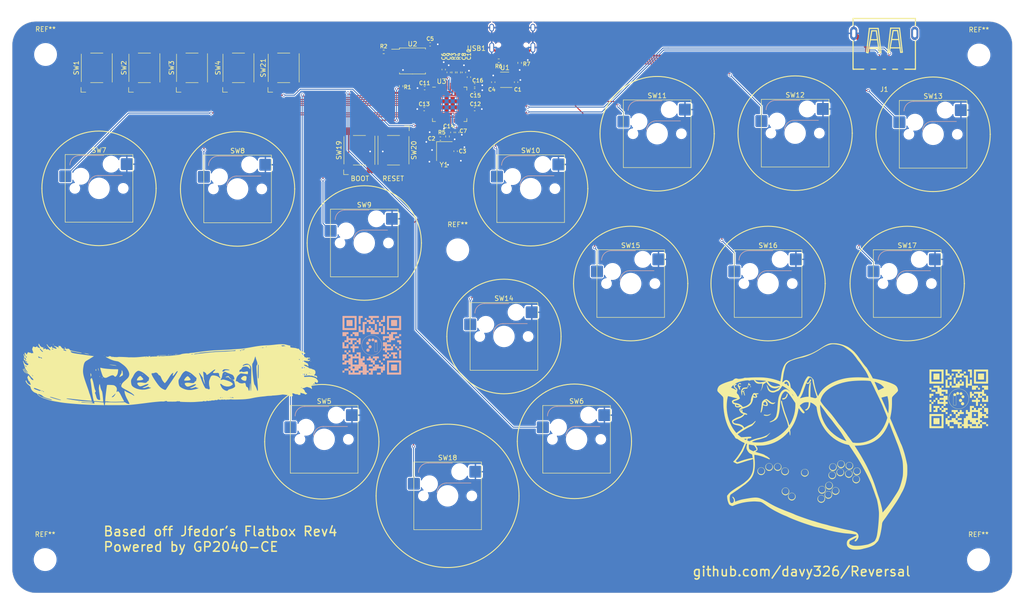
<source format=kicad_pcb>
(kicad_pcb (version 20240108) (generator "pcbnew") (generator_version "8.0")
  (layers (0 "F.Cu" signal) (31 "B.Cu" signal) (34 "B.Paste" user) (35 "F.Paste" user) (36 "B.SilkS" user "B.Silkscreen") (37 "F.SilkS" user "F.Silkscreen") (38 "B.Mask" user) (39 "F.Mask" user) (44 "Edge.Cuts" user))
  (net 0 "")
  (net 1 "GND")
  (net 2 "+5V")
  (net 3 "D-")
  (net 4 "D+")
  (net 5 "Net-(U3-USB_DP)")
  (net 6 "Net-(U3-USB_DM)")
  (net 7 "LEFT")
  (net 8 "DOWN")
  (net 9 "RIGHT")
  (net 10 "UP")
  (net 11 "L1")
  (net 12 "R1")
  (net 13 "TRIANGLE")
  (net 14 "SQUARE")
  (net 15 "CIRCLE")
  (net 16 "CROSS")
  (net 17 "R2")
  (net 18 "L2")
  (net 19 "Net-(C3-Pad1)")
  (net 20 "+3V3")
  (net 21 "+1V1")
  (net 22 "Net-(USB1-CC2)")
  (net 23 "Net-(USB1-CC1)")
  (net 24 "Net-(U3-RUN)")
  (net 26 "XIN")
  (net 27 "XOUT")
  (net 29 "OPT1")
  (net 30 "OPT2")
  (net 31 "OPT3")
  (net 32 "OPT4")
  (net 33 "OPT5")
  (net 34 "OPT6")
  (net 35 "Net-(R1-Pad2)")
  (net 36 "QSPI_SS")
  (net 38 "QSPI_SD3")
  (net 39 "QSPI_SCLK")
  (net 40 "QSPI_SD0")
  (net 41 "QSPI_SD2")
  (net 42 "QSPI_SD1")
  (net 43 "AUTH+")
  (net 45 "AUTH-")
  (net 47 "OPT7")
  (footprint "PCM_Switch_Keyboard_Hotswap_Kailh:SW_Hotswap_Kailh_MX" (layer "F.Cu") (at 87.32 65.17)
    (property "Reference" "SW8")
    (property "Value" "SW_Push")
  )
  (footprint "PCM_Switch_Keyboard_Hotswap_Kailh:SW_Hotswap_Kailh_MX" (layer "F.Cu") (at 113.92 76.52)
    (property "Reference" "SW9")
    (property "Value" "SW_Push")
  )
  (footprint "PCM_Switch_Keyboard_Hotswap_Kailh:SW_Hotswap_Kailh_MX" (layer "F.Cu") (at 131.42 129.62)
    (property "Reference" "SW18")
    (property "Value" "SW_Push")
  )
  (footprint "PCM_Switch_Keyboard_Hotswap_Kailh:SW_Hotswap_Kailh_MX" (layer "F.Cu") (at 148.86 65.11)
    (property "Reference" "SW10")
    (property "Value" "SW_Push")
  )
  (footprint "PCM_Switch_Keyboard_Hotswap_Kailh:SW_Hotswap_Kailh_MX" (layer "F.Cu") (at 175.42 53.58)
    (property "Reference" "SW11")
    (property "Value" "SW_Push")
  )
  (footprint "PCM_Switch_Keyboard_Hotswap_Kailh:SW_Hotswap_Kailh_MX" (layer "F.Cu") (at 204.39 53.46)
    (property "Reference" "SW12")
    (property "Value" "SW_Push")
  )
  (footprint "PCM_Switch_Keyboard_Hotswap_Kailh:SW_Hotswap_Kailh_MX" (layer "F.Cu") (at 233.36 53.7)
    (property "Reference" "SW13")
    (property "Value" "SW_Push")
  )
  (footprint "PCM_Switch_Keyboard_Hotswap_Kailh:SW_Hotswap_Kailh_MX" (layer "F.Cu") (at 143.25 96.15)
    (property "Reference" "SW14")
    (property "Value" "SW_Push")
  )
  (footprint "PCM_Switch_Keyboard_Hotswap_Kailh:SW_Hotswap_Kailh_MX" (layer "F.Cu") (at 169.86 85.04)
    (property "Reference" "SW15")
    (property "Value" "SW_Push")
  )
  (footprint "PCM_Switch_Keyboard_Hotswap_Kailh:SW_Hotswap_Kailh_MX" (layer "F.Cu") (at 198.71 85.04)
    (property "Reference" "SW16")
    (property "Value" "SW_Push")
  )
  (footprint "PCM_Switch_Keyboard_Hotswap_Kailh:SW_Hotswap_Kailh_MX" (layer "F.Cu") (at 227.92 85.04)
    (property "Reference" "SW17")
    (property "Value" "SW_Push")
  )
  (footprint "PCM_Switch_Keyboard_Hotswap_Kailh:SW_Hotswap_Kailh_MX" (layer "F.Cu") (at 58.225 65.05)
    (property "Reference" "SW7")
    (property "Value" "SW_Push")
  )
  (footprint "Button_Switch_SMD:SW_SPST_Omron_B3FS-100xP" (layer "F.Cu") (at 87.5 39.75 90)
    (property "Reference" "SW4")
    (property "Value" "SW_Push")
  )
  (footprint "Button_Switch_SMD:SW_SPST_Omron_B3FS-100xP" (layer "F.Cu") (at 67.75 39.75 90)
    (property "Reference" "SW2")
    (property "Value" "SW_Push")
  )
  (footprint "PCM_Switch_Keyboard_Hotswap_Kailh:SW_Hotswap_Kailh_MX" (layer "F.Cu") (at 105.5 117.75)
    (property "Reference" "SW5")
    (property "Value" "SW_Push")
  )
  (footprint "Button_Switch_SMD:SW_SPST_Omron_B3FS-100xP" (layer "F.Cu") (at 57.75 39.75 90)
    (property "Reference" "SW1")
    (property "Value" "SW_Push")
  )
  (footprint "Button_Switch_SMD:SW_SPST_Omron_B3FS-100xP" (layer "F.Cu") (at 77.75 39.75 90)
    (property "Reference" "SW3")
    (property "Value" "SW_Push")
  )
  (footprint "PCM_Switch_Keyboard_Hotswap_Kailh:SW_Hotswap_Kailh_MX" (layer "F.Cu") (at 158.5 117.75)
    (property "Reference" "SW6")
    (property "Value" "SW_Push")
  )
  (footprint "Resistor_SMD:R_0402_1005Metric" (layer "F.Cu") (at 146.55 38.699999 -90)
    (property "Reference" "R7")
    (property "Value" "5.1k")
  )
  (footprint "Type-C:HRO-TYPE-C-31-M-12-Assembly" (layer "F.Cu") (at 145 28.699999 180)
    (property "Reference" "USB1")
    (property "Value" "HRO-TYPE-C-31-M-12")
  )
  (footprint "Resistor_SMD:R_0402_1005Metric" (layer "F.Cu") (at 142.15 38.249999 180)
    (property "Reference" "R6")
    (property "Value" "5.1k")
  )
  (footprint "Capacitor_SMD:C_0402_1005Metric" (layer "F.Cu") (at 145.8 42.75 90)
    (property "Reference" "C1")
    (property "Value" "1u")
  )
  (footprint "Capacitor_SMD:C_0402_1005Metric" (layer "F.Cu") (at 129.9 54.6)
    (property "Reference" "C2")
    (property "Value" "30p")
  )
  (footprint "Capacitor_SMD:C_0402_1005Metric" (layer "F.Cu") (at 141 42.75 90)
    (property "Reference" "C4")
    (property "Value" "1u")
  )
  (footprint "Capacitor_SMD:C_0402_1005Metric" (layer "F.Cu") (at 127.75 34.8)
    (property "Reference" "C5")
    (property "Value" "100n")
  )
  (footprint "Capacitor_SMD:C_0402_1005Metric" (layer "F.Cu") (at 130.6 40.1 90)
    (property "Reference" "C6")
    (property "Value" "100n")
  )
  (footprint "Capacitor_SMD:C_0402_1005Metric" (layer "F.Cu") (at 133.45 53.3 -90)
    (property "Reference" "C7")
    (property "Value" "100n")
  )
  (footprint "Capacitor_SMD:C_0402_1005Metric" (layer "F.Cu") (at 134.85 40.7 90)
    (property "Reference" "C8")
    (property "Value" "1u")
  )
  (footprint "Capacitor_SMD:C_0402_1005Metric" (layer "F.Cu") (at 131.65 40.7 90)
    (property "Reference" "C9")
    (property "Value" "100n")
  )
  (footprint "Capacitor_SMD:C_0402_1005Metric" (layer "F.Cu") (at 135.9 41.7 90)
    (property "Reference" "C10")
    (property "Value" "1u")
  )
  (footprint "Capacitor_SMD:C_0402_1005Metric" (layer "F.Cu") (at 137.1 44.45)
    (property "Reference" "C15")
    (property "Value" "100n")
  )
  (footprint "Capacitor_SMD:C_0402_1005Metric" (layer "F.Cu") (at 137.1 43.4)
    (property "Reference" "C16")
    (property "Value" "100n")
  )
  (footprint "Resistor_SMD:R_0402_1005Metric" (layer "F.Cu") (at 121.65 43.6 -90)
    (property "Reference" "R1")
    (property "Value" "1k")
  )
  (footprint "Resistor_SMD:R_0402_1005Metric" (layer "F.Cu") (at 118 36.4)
    (property "Reference" "R2")
    (property "Value" "10k")
  )
  (footprint "Resistor_SMD:R_0402_1005Metric" (layer "F.Cu") (at 133.78 40.7 -90)
    (property "Reference" "R4")
    (property "Value" "27")
  )
  (footprint "Button_Switch_SMD:SW_SPST_Omron_B3FS-100xP" (layer "F.Cu") (at 112.9 57.05 90)
    (property "Reference" "SW19")
    (property "Value" "SW_Push")
  )
  (footprint "Package_TO_SOT_SMD:SOT-23-5" (layer "F.Cu") (at 143.4 42.25 180)
    (property "Reference" "U1")
    (property "Value" "TLV73333PDBV")
  )
  (footprint "Package_SO:SOIC-8_5.23x5.23mm_P1.27mm" (layer "F.Cu") (at 124.05 38.3)
    (property "Reference" "U2")
    (property "Value" "W25Q128JVS")
  )
  (footprint "RP2040:RP2040-QFN-56" (layer "F.Cu") (at 131.85 47.4)
    (property "Reference" "U3")
    (property "Value" "RP2040")
  )
  (footprint "Crystal:Crystal_SMD_3225-4Pin_3.2x2.5mm" (layer "F.Cu") (at 130.75 57.25 -90)
    (property "Reference" "Y1")
    (property "Value" "Crystal_GND24")
  )
  (footprint "Resistor_SMD:R_0402_1005Metric" (layer "F.Cu") (at 132.7 40.7 -90)
    (property "Reference" "R3")
    (property "Value" "27")
  )
  (footprint "Capacitor_SMD:C_0402_1005Metric" (layer "F.Cu") (at 133.1 57.25 -90)
    (property "Reference" "C3")
    (property "Value" "30p")
  )
  (footprint "Button_Switch_SMD:SW_SPST_Omron_B3FS-100xP" (layer "F.Cu") (at 120.05 57.05 -90)
    (property "Reference" "SW20")
    (property "Value" "SW_Push")
  )
  (footprint "Capacitor_SMD:C_0402_1005Metric" (layer "F.Cu") (at 126.5 48.4 180)
    (property "Reference" "C13")
    (property "Value" "100n")
  )
  (footprint "Capacitor_SMD:C_0402_1005Metric" (layer "F.Cu") (at 137.1 48.4)
    (property "Reference" "C12")
    (property "Value" "100n")
  )
  (footprint "Resistor_SMD:R_0402_1005Metric" (layer "F.Cu") (at 131.4 54.15 90)
    (property "Reference" "R5")
    (property "Value" "1k")
  )
  (footprint "Capacitor_SMD:C_0402_1005Metric" (layer "F.Cu") (at 132.42 53.3 -90)
    (property "Reference" "C14")
    (property "Value" "100n")
  )
  (footprint "Capacitor_SMD:C_0402_1005Metric" (layer "F.Cu") (at 126.6 44 180)
    (property "Reference" "C11")
    (property "Value" "100n")
  )
  (footprint "LOGO" (layer "F.Cu") (at 208.564104 119.232281)
    (property "Reference" "G***" (hide yes))
    (property "Value" "LOGO" (hide yes))
  )
  (footprint "Button_Switch_SMD:SW_SPST_Omron_B3FS-100xP" (layer "F.Cu") (at 97 39.75 90)
    (property "Reference" "SW21")
    (property "Value" "SW_Push")
  )
  (footprint "MountingHole:MountingHole_4.3mm_M4" (layer "F.Cu") (at 133.546758 77.9536)
    (property "Reference" "REF**")
    (property "Value" "MountingHole_4.3mm_M4")
  )
  (footprint "MountingHole:MountingHole_4.3mm_M4" (layer "F.Cu") (at 242.98274 37.051777)
    (property "Reference" "REF**")
    (property "Value" "MountingHole_4.3mm_M4")
  )
  (footprint "MountingHole:MountingHole_4.3mm_M4" (layer "F.Cu") (at 46.999999 36.943029)
    (property "Reference" "REF**")
    (property "Value" "MountingHole_4.3mm_M4")
  )
  (footprint "LOGO" (layer "F.Cu") (at 238.75 109.25)
    (property "Reference" "G***" (hide yes))
    (property "Value" "LOGO" (hide yes))
  )
  (footprint "easyeda2kicad:USB-A-TH_C42425" (layer "F.Cu") (at 223.1 36.38 180)
    (property "Reference" "J1")
    (property "Value" "USB_A")
  )
  (footprint "MountingHole:MountingHole_4.3mm_M4" (layer "F.Cu") (at 242.889752 143.026728)
    (property "Reference" "REF**")
    (property "Value" "MountingHole_4.3mm_M4")
  )
  (footprint "LOGO" (layer "F.Cu") (at 74.181106 104.75 -8)
    (property "Reference" "G***" (hide yes))
    (property "Value" "LOGO" (hide yes))
  )
  (footprint "MountingHole:MountingHole_4.3mm_M4" (layer "F.Cu") (at 46.916481 143.000555)
    (property "Reference" "REF**")
    (property "Value" "MountingHole_4.3mm_M4")
  )
  (footprint "LOGO" (layer "B.Cu") (at 115.5 98 180)
    (property "Reference" "G***" (hide yes))
    (property "Value" "LOGO" (hide yes))
  )
  (gr_curve (pts (xy 169.417923 63.9974) (xy 165.706739 61.848943) (xy 163.420555 57.878432) (xy 163.420555 53.581518)) (stroke (width 0.2)) (layer "F.SilkS"))
  (gr_curve (pts (xy 192.714192 74.621539) (xy 196.425377 72.473082) (xy 200.997745 72.473082) (xy 204.70893 74.621539)) (stroke (width 0.2)) (layer "F.SilkS"))
  (gr_curve (pts (xy 233.918028 74.621539) (xy 237.629213 76.769996) (xy 239.915397 80.740507) (xy 239.915397 85.037421)) (stroke (width 0.2)) (layer "F.SilkS"))
  (gr_curve (pts (xy 81.317714 54.754648) (xy 85.028899 52.606192) (xy 89.601267 52.606192) (xy 93.312452 54.754648)) (stroke (width 0.2)) (layer "F.SilkS"))
  (gr_curve (pts (xy 221.92329 74.621539) (xy 225.634475 72.473082) (xy 230.206843 72.473082) (xy 233.918028 74.621539)) (stroke (width 0.2)) (layer "F.SilkS"))
  (gr_curve (pts (xy 111.002631 107.83412) (xy 114.713816 109.982575) (xy 117 113.953087) (xy 117 118.25)) (stroke (width 0.2)) (layer "F.SilkS"))
  (gr_curve (pts (xy 221.92329 95.453303) (xy 218.212105 93.304846) (xy 215.925921 89.334334) (xy 215.925921 85.037421)) (stroke (width 0.2)) (layer "F.SilkS"))
  (gr_line (start 181.852021 85.037421) (end 181.852021 85.037421) (stroke (width 0.2)) (layer "F.SilkS"))
  (gr_curve (pts (xy 239.357729 43.283884) (xy 243.068914 45.432341) (xy 245.355098 49.402853) (xy 245.355098 53.699766)) (stroke (width 0.2)) (layer "F.SilkS"))
  (gr_line (start 99.309821 65.17053) (end 99.309821 65.17053) (stroke (width 0.2)) (layer "F.SilkS"))
  (gr_curve (pts (xy 245.355098 53.699766) (xy 245.355097 60.342218) (xy 239.98487 65.72699) (xy 233.36036 65.72699)) (stroke (width 0.2)) (layer "F.SilkS"))
  (gr_curve (pts (xy 52.226909 54.636398) (xy 55.938093 52.487941) (xy 60.510462 52.487941) (xy 64.221646 54.636398)) (stroke (width 0.2)) (layer "F.SilkS"))
  (gr_curve (pts (xy 64.221646 54.636398) (xy 67.932831 56.784855) (xy 70.219015 60.755367) (xy 70.219015 65.05228)) (stroke (width 0.2)) (layer "F.SilkS"))
  (gr_curve (pts (xy 154.860422 75.530868) (xy 151.149237 77.679325) (xy 146.576869 77.679325) (xy 142.865684 75.530868)) (stroke (width 0.2)) (layer "F.SilkS"))
  (gr_curve (pts (xy 119.919904 86.938924) (xy 116.208719 89.08738) (xy 111.636351 89.08738) (xy 107.925166 86.938924)) (stroke (width 0.2)) (layer "F.SilkS"))
  (gr_line (start 155.244584 96.153426) (end 155.244584 96.153426) (stroke (width 0.2)) (layer "F.SilkS"))
  (gr_curve (pts (xy 138.918561 142.649412) (xy 134.276055 145.337024) (xy 128.556251 145.337024) (xy 123.913745 142.649412)) (stroke (width 0.2)) (layer "F.SilkS"))
  (gr_curve (pts (xy 149.247215 85.737546) (xy 152.9584 87.886001) (xy 155.244584 91.856513) (xy 155.244584 96.153426)) (stroke (width 0.2)) (layer "F.SilkS"))
  (gr_curve (pts (xy 163.859914 74.621539) (xy 167.571099 72.473082) (xy 172.143467 72.473082) (xy 175.854652 74.621539)) (stroke (width 0.2)) (layer "F.SilkS"))
  (gr_curve (pts (xy 146.420969 129.619665) (xy 146.420969 134.994889) (xy 143.561067 139.9618) (xy 138.918561 142.649412)) (stroke (width 0.2)) (layer "F.SilkS"))
  (gr_curve (pts (xy 204.70893 95.453303) (xy 200.997745 97.601759) (xy 196.425377 97.601759) (xy 192.714192 95.453303)) (stroke (width 0.2)) (layer "F.SilkS"))
  (gr_curve (pts (xy 204.70893 74.621539) (xy 208.420115 76.769996) (xy 210.706299 80.740507) (xy 210.706299 85.037421)) (stroke (width 0.2)) (layer "F.SilkS"))
  (gr_curve (pts (xy 70.219015 65.05228) (xy 70.219015 69.349193) (xy 67.932831 73.319705) (xy 64.221646 75.468162)) (stroke (width 0.2)) (layer "F.SilkS"))
  (gr_curve (pts (xy 181.412661 63.9974) (xy 177.701476 66.145857) (xy 173.129108 66.145857) (xy 169.417923 63.9974)) (stroke (width 0.2)) (layer "F.SilkS"))
  (gr_curve (pts (xy 93.312452 54.754648) (xy 97.023636 56.903105) (xy 99.309821 60.873617) (xy 99.309821 65.17053)) (stroke (width 0.2)) (layer "F.SilkS"))
  (gr_curve (pts (xy 157.862545 85.037421) (xy 157.862545 80.740507) (xy 160.148729 76.769996) (xy 163.859914 74.621539)) (stroke (width 0.2)) (layer "F.SilkS"))
  (gr_curve (pts (xy 239.915397 85.037421) (xy 239.915397 89.334334) (xy 237.629213 93.304846) (xy 233.918028 95.453303)) (stroke (width 0.2)) (layer "F.SilkS"))
  (gr_curve (pts (xy 75.320345 65.17053) (xy 75.320345 60.873617) (xy 77.606529 56.903105) (xy 81.317714 54.754648)) (stroke (width 0.2)) (layer "F.SilkS"))
  (gr_line (start 70.219015 65.05228) (end 70.219015 65.05228) (stroke (width 0.2)) (layer "F.SilkS"))
  (gr_curve (pts (xy 233.36036 65.72699) (xy 226.73585 65.72699) (xy 221.365623 60.342218) (xy 221.365622 53.699766)) (stroke (width 0.2)) (layer "F.SilkS"))
  (gr_line (start 187.41003 53.581518) (end 187.41003 53.581518) (stroke (width 0.2)) (layer "F.SilkS"))
  (gr_curve (pts (xy 210.385198 63.879139) (xy 206.674013 66.027596) (xy 202.101645 66.027596) (xy 198.39046 63.879139)) (stroke (width 0.2)) (layer "F.SilkS"))
  (gr_curve (pts (xy 142.865684 75.530868) (xy 139.154499 73.382411) (xy 136.868315 69.4119) (xy 136.868315 65.114986)) (stroke (width 0.2)) (layer "F.SilkS"))
  (gr_curve (pts (xy 160.857791 65.114986) (xy 160.857791 69.4119) (xy 158.571607 73.382411) (xy 154.860422 75.530868)) (stroke (width 0.2)) (layer "F.SilkS"))
  (gr_curve (pts (xy 210.385198 43.047376) (xy 214.096383 45.195832) (xy 216.382567 49.166344) (xy 216.382567 53.463258)) (stroke (width 0.2)) (layer "F.SilkS"))
  (gr_line (start 160.857791 65.114986) (end 160.857791 65.114986) (stroke (width 0.2)) (layer "F.SilkS"))
  (gr_line (start 245.355098 53.699766) (end 245.355098 53.699766) (stroke (width 0.2)) (layer "F.SilkS"))
  (gr_curve (pts (xy 64.221646 75.468162) (xy 60.510462 77.616619) (xy 55.938093 77.616619) (xy 52.226909 75.468162)) (stroke (width 0.2)) (layer "F.SilkS"))
  (gr_curve (pts (xy 216.382567 53.463258) (xy 216.382567 57.760171) (xy 214.096383 61.730683) (xy 210.385198 63.879139)) (stroke (width 0.2)) (layer "F.SilkS"))
  (gr_curve (pts (xy 123.913745 116.589918) (xy 128.556251 113.902306) (xy 134.276055 113.902306) (xy 138.918561 116.589918)) (stroke (width 0.2)) (layer "F.SilkS"))
  (gr_curve (pts (xy 107.925166 86.938924) (xy 104.213982 84.790467) (xy 101.927798 80.819955) (xy 101.927798 76.523042)) (stroke (width 0.2)) (layer "F.SilkS"))
  (gr_curve (pts (xy 154.860422 54.699104) (xy 158.571607 56.847561) (xy 160.857791 60.818073) (xy 160.857791 65.114986)) (stroke (width 0.2)) (layer "F.SilkS"))
  (gr_curve (pts (xy 152.047893 107.75412) (xy 155.759078 105.605662) (xy 160.331446 105.605662) (xy 164.042631 107.75412)) (stroke (width 0.2)) (layer "F.SilkS"))
  (gr_curve (pts (xy 181.412661 43.165636) (xy 185.123846 45.314093) (xy 187.41003 49.284605) (xy 187.41003 53.581518)) (stroke (width 0.2)) (layer "F.SilkS"))
  (gr_curve (pts (xy 215.925921 85.037421) (xy 215.925921 80.740507) (xy 218.212105 76.769996) (xy 221.92329 74.621539)) (stroke (width 0.2)) (layer "F.SilkS"))
  (gr_line (start 210.706299 85.037421) (end 210.706299 85.037421) (stroke (width 0.2)) (layer "F.SilkS"))
  (gr_curve (pts (xy 192.393091 53.463258) (xy 192.393091 49.166344) (xy 194.679275 45.195832) (xy 198.39046 43.047376)) (stroke (width 0.2)) (layer "F.SilkS"))
  (gr_curve (pts (xy 107.925166 66.10716) (xy 111.636351 63.958703) (xy 116.208719 63.958703) (xy 119.919904 66.10716)) (stroke (width 0.2)) (layer "F.SilkS"))
  (gr_curve (pts (xy 149.247215 106.569308) (xy 145.53603 108.717765) (xy 140.963662 108.717765) (xy 137.252477 106.569308)) (stroke (width 0.2)) (layer "F.SilkS"))
  (gr_curve (pts (xy 198.39046 43.047376) (xy 202.101645 40.898919) (xy 206.674013 40.898919) (xy 210.385198 43.047376)) (stroke (width 0.2)) (layer "F.SilkS"))
  (gr_curve (pts (xy 198.39046 63.879139) (xy 194.679275 61.730683) (xy 192.393091 57.760171) (xy 192.393091 53.463258)) (stroke (width 0.2)) (layer "F.SilkS"))
  (gr_curve (pts (xy 137.252477 106.569308) (xy 133.541293 104.420852) (xy 131.255108 100.45034) (xy 131.255108 96.153426)) (stroke (width 0.2)) (layer "F.SilkS"))
  (gr_curve (pts (xy 164.042631 128.585882) (xy 160.331446 130.734339) (xy 155.759078 130.734339) (xy 152.047893 128.585882)) (stroke (width 0.2)) (layer "F.SilkS"))
  (gr_curve (pts (xy 52.226909 75.468162) (xy 48.515724 73.319705) (xy 46.22954 69.349193) (xy 46.22954 65.05228)) (stroke (width 0.2)) (layer "F.SilkS"))
  (gr_curve (pts (xy 99.007893 128.665882) (xy 95.296709 126.517426) (xy 93.010524 122.546914) (xy 93.010524 118.25)) (stroke (width 0.2)) (layer "F.SilkS"))
  (gr_curve (pts (xy 192.714192 95.453303) (xy 189.003008 93.304846) (xy 186.716823 89.334334) (xy 186.716823 85.037421)) (stroke (width 0.2)) (layer "F.SilkS"))
  (gr_curve (pts (xy 111.002631 128.665882) (xy 107.291446 130.814339) (xy 102.719078 130.814339) (xy 99.007893 128.665882)) (stroke (width 0.2)) (layer "F.SilkS"))
  (gr_curve (pts (xy 93.010524 118.25) (xy 93.010524 113.953087) (xy 95.296709 109.982575) (xy 99.007893 107.83412)) (stroke (width 0.2)) (layer "F.SilkS"))
  (gr_curve (pts (xy 117 118.25) (xy 117 122.546914) (xy 114.713816 126.517426) (xy 111.002631 128.665882)) (stroke (width 0.2)) (layer "F.SilkS"))
  (gr_curve (pts (xy 101.927798 76.523042) (xy 101.927798 72.226128) (xy 104.213982 68.255617) (xy 107.925166 66.10716)) (stroke (width 0.2)) (layer "F.SilkS"))
  (gr_curve (pts (xy 163.420555 53.581518) (xy 163.420555 49.284605) (xy 165.706739 45.314093) (xy 169.417923 43.165636)) (stroke (width 0.2)) (layer "F.SilkS"))
  (gr_curve (pts (xy 138.918561 116.589918) (xy 143.561067 119.277529) (xy 146.420969 124.244441) (xy 146.420969 129.619665)) (stroke (width 0.2)) (layer "F.SilkS"))
  (gr_curve (pts (xy 81.317714 75.586412) (xy 77.606529 73.437955) (xy 75.320345 69.467444) (xy 75.320345 65.17053)) (stroke (width 0.2)) (layer "F.SilkS"))
  (gr_curve (pts (xy 221.365622 53.699766) (xy 221.365622 49.402853) (xy 223.651806 45.432341) (xy 227.362991 43.283884)) (stroke (width 0.2)) (layer "F.SilkS"))
  (gr_curve (pts (xy 163.859914 95.453303) (xy 160.148729 93.304846) (xy 157.862545 89.334334) (xy 157.862545 85.037421)) (stroke (width 0.2)) (layer "F.SilkS"))
  (gr_curve (pts (xy 123.913745 142.649412) (xy 119.271238 139.9618) (xy 116.411337 134.994889) (xy 116.411337 129.619665)) (stroke (width 0.2)) (layer "F.SilkS"))
  (gr_line (start 146.420969 129.619665) (end 146.420969 129.619665) (stroke (width 0.2)) (layer "F.SilkS"))
  (gr_curve (pts (xy 137.252477 85.737546) (xy 140.963662 83.589088) (xy 145.53603 83.589088) (xy 149.247215 85.737546)) (stroke (width 0.2)) (layer "F.SilkS"))
  (gr_curve (pts (xy 119.919904 66.10716) (xy 123.631089 68.255617) (xy 125.917273 72.226128) (xy 125.917273 76.523042)) (stroke (width 0.2)) (layer "F.SilkS"))
  (gr_curve (pts (xy 99.309821 65.17053) (xy 99.309821 69.467444) (xy 97.023636 73.437955) (xy 93.312452 75.586412)) (stroke (width 0.2)) (layer "F.SilkS"))
  (gr_curve (pts (xy 169.417923 43.165636) (xy 173.129108 41.01718) (xy 177.701476 41.01718) (xy 181.412661 43.165636)) (stroke (width 0.2)) (layer "F.SilkS"))
  (gr_curve (pts (xy 152.047893 128.585882) (xy 148.336709 126.437426) (xy 146.050524 122.466914) (xy 146.050524 118.17)) (stroke (width 0.2)) (layer "F.SilkS"))
  (gr_curve (pts (xy 175.854652 95.453303) (xy 172.143467 97.601759) (xy 167.571099 97.601759) (xy 163.859914 95.453303)) (stroke (width 0.2)) (layer "F.SilkS"))
  (gr_curve (pts (xy 125.917273 76.523042) (xy 125.917273 80.819955) (xy 123.631089 84.790467) (xy 119.919904 86.938924)) (stroke (width 0.2)) (layer "F.SilkS"))
  (gr_curve (pts (xy 227.362991 43.283884) (xy 231.074176 41.135427) (xy 235.646544 41.135427) (xy 239.357729 43.283884)) (stroke (width 0.2)) (layer "F.SilkS"))
  (gr_curve (pts (xy 46.22954 65.05228) (xy 46.22954 60.755367) (xy 48.515724 56.784855) (xy 52.226909 54.636398)) (stroke (width 0.2)) (layer "F.SilkS"))
  (gr_curve (pts (xy 146.050524 118.17) (xy 146.050524 113.873087) (xy 148.336709 109.902575) (xy 152.047893 107.75412)) (stroke (width 0.2)) (layer "F.SilkS"))
  (gr_line (start 216.382567 53.463258) (end 216.382567 53.463258) (stroke (width 0.2)) (layer "F.SilkS"))
  (gr_curve (pts (xy 181.852021 85.037421) (xy 181.852021 89.334334) (xy 179.565837 93.304846) (xy 175.854652 95.453303)) (stroke (width 0.2)) (layer "F.SilkS"))
  (gr_curve (pts (xy 142.865684 54.699104) (xy 146.576869 52.550648) (xy 151.149237 52.550648) (xy 154.860422 54.699104)) (stroke (width 0.2)) (layer "F.SilkS"))
  (gr_curve (pts (xy 210.706299 85.037421) (xy 210.706299 89.334334) (xy 208.420115 93.304846) (xy 204.70893 95.453303)) (stroke (width 0.2)) (layer "F.SilkS"))
  (gr_curve (pts (xy 155.244584 96.153426) (xy 155.244584 100.45034) (xy 152.9584 104.420852) (xy 149.247215 106.569308)) (stroke (width 0.2)) (layer "F.SilkS"))
  (gr_line (start 125.917273 76.523042) (end 125.917273 76.523042) (stroke (width 0.2)) (layer "F.SilkS"))
  (gr_curve (pts (xy 93.312452 75.586412) (xy 89.601267 77.734869) (xy 85.028899 77.734869) (xy 81.317714 75.586412)) (stroke (width 0.2)) (layer "F.SilkS"))
  (gr_curve (pts (xy 170.04 118.17) (xy 170.04 122.466914) (xy 167.753816 126.437426) (xy 164.042631 128.585882)) (stroke (width 0.2)) (layer "F.SilkS"))
  (gr_curve (pts (xy 136.868315 65.114986) (xy 136.868315 60.818073) (xy 139.154499 56.847561) (xy 142.865684 54.699104)) (stroke (width 0.2)) (layer "F.SilkS"))
  (gr_curve (pts (xy 116.411337 129.619665) (xy 116.411337 124.244441) (xy 119.271238 119.277529) (xy 123.913745 116.589918)) (stroke (width 0.2)) (layer "F.SilkS"))
  (gr_curve (pts (xy 175.854652 74.621539) (xy 179.565837 76.769996) (xy 181.852021 80.740507) (xy 181.852021 85.037421)) (stroke (width 0.2)) (layer "F.SilkS"))
  (gr_curve (pts (xy 99.007893 107.83412) (xy 102.719078 105.685662) (xy 107.291446 105.685662) (xy 111.002631 107.83412)) (stroke (width 0.2)) (layer "F.SilkS"))
  (gr_curve (pts (xy 131.255108 96.153426) (xy 131.255108 91.856513) (xy 133.541293 87.886001) (xy 137.252477 85.737546)) (stroke (width 0.2)) (layer "F.SilkS"))
  (gr_curve (pts (xy 187.41003 53.581518) (xy 187.41003 57.878432) (xy 185.123846 61.848943) (xy 181.412661 63.9974)) (stroke (width 0.2)) (layer "F.SilkS"))
  (gr_curve (pts (xy 186.716823 85.037421) (xy 186.716823 80.740507) (xy 189.003008 76.769996) (xy 192.714192 74.621539)) (stroke (width 0.2)) (layer "F.SilkS"))
  (gr_line (start 239.915397 85.037421) (end 239.915397 85.037421) (stroke (width 0.2)) (layer "F.SilkS"))
  (gr_curve (pts (xy 233.918028 95.453303) (xy 230.206843 97.601759) (xy 225.634475 97.601759) (xy 221.92329 95.453303)) (stroke (width 0.2)) (layer "F.SilkS"))
  (gr_curve (pts (xy 164.042631 107.75412) (xy 167.753816 109.902575) (xy 170.04 113.873087) (xy 170.04 118.17)) (stroke (width 0.2)) (layer "F.SilkS"))
  (gr_line (start 45 30) (end 138.5 30) (stroke (width 0.05)) (layer "Edge.Cuts"))
  (gr_line (start 250 35) (end 250 145) (stroke (width 0.05)) (layer "Edge.Cuts"))
  (gr_line (start 245 150) (end 45 150) (stroke (width 0.05)) (layer "Edge.Cuts"))
  (gr_line (start 40 145) (end 40 35) (stroke (width 0.05)) (layer "Edge.Cuts"))
  (gr_arc (start 250 145) (mid 248.535534 148.535534) (end 245 150) (stroke (width 0.05)) (layer "Edge.Cuts"))
  (gr_arc (start 245 30) (mid 248.535534 31.464466) (end 250 35) (stroke (width 0.05)) (layer "Edge.Cuts"))
  (gr_arc (start 40 35) (mid 41.464466 31.464466) (end 45 30) (stroke (width 0.05)) (layer "Edge.Cuts"))
  (gr_line (start 245 30) (end 230.5 30) (stroke (width 0.05)) (layer "Edge.Cuts"))
  (gr_arc (start 45 150) (mid 41.464466 148.535534) (end 40 145) (stroke (width 0.05)) (layer "Edge.Cuts"))
  (gr_line (start 151.5 30) (end 216 30) (stroke (width 0.05)) (layer "Edge.Cuts"))
  (gr_line (start 151.5 30) (end 138.5 30) (stroke (width 0.05)) (layer "Edge.Cuts"))
  (gr_line (start 216 30) (end 230.5 30) (stroke (width 0.05)) (layer "Edge.Cuts"))
  (gr_text "Based off Jfedor's Flatbox Rev4" (at 59 138.25 0) (layer "F.SilkS") (effects (font (size 2 2) (thickness 0.3)) (justify left bottom)))
  (gr_text "BOOT" (at 113 63 0) (layer "F.SilkS") (effects (font (size 1 1))))
  (gr_text "github.com/davy326/Reversal" (at 205.75 145.5 0) (layer "F.SilkS") (effects (font (size 2 2) (thickness 0.3))))
  (gr_text "RESET" (at 120 63 0) (layer "F.SilkS") (effects (font (size 1 1))))
  (gr_text "Powered by GP2040-CE" (at 59 141.5 0) (layer "F.SilkS") (effects (font (size 2 2) (thickness 0.3)) (justify left bottom)))
  (segment (start 126.12 44) (end 125.1 44) (width 0.4) (layer "F.Cu") (net 1))
  (segment (start 132.42 54.27) (end 132.9 54.75) (width 0.2) (layer "F.Cu") (net 1))
  (segment (start 141.75 36.394999) (end 141.75 38.139999) (width 0.2) (layer "F.Cu") (net 1))
  (segment (start 129.42 53.73) (end 129.42 54.6) (width 0.2) (layer "F.Cu") (net 1))
  (segment (start 132.42 53.78) (end 132.42 54.27) (width 0.2) (layer "F.Cu") (net 1))
  (segment (start 137.58 44.45) (end 138.7 44.45) (width 0.2) (layer "F.Cu") (net 1))
  (segment (start 130.6 39.62) (end 130.6 38.55) (width 0.2) (layer "F.Cu") (net 1))
  (segment (start 144.5 42.25) (end 141.02 42.25) (width 0.4) (layer "F.Cu") (net 1))
  (segment (start 120.45 40.205) (end 122.045 40.205) (width 0.2) (layer "F.Cu") (net 1))
  (segment (start 115.15 61.05) (end 115.15 57.3) (width 0.2) (layer "F.Cu") (net 1))
  (segment (start 133.1 57.73) (end 133.1 58.690002) (width 0.2) (layer "F.Cu") (net 1))
  (segment (start 146.67 42.27) (end 146.7 42.3) (width 0.4) (layer "F.Cu") (net 1))
  (segment (start 219.6 35.4) (end 216.7 32.5) (width 1) (layer "F.Cu") (net 1))
  (segment (start 115.15 57.3) (end 115.15 53.05) (width 0.2) (layer "F.Cu") (net 1))
  (segment (start 219.6 40.26) (end 219.6 35.4) (width 1) (layer "F.Cu") (net 1))
  (segment (start 133.45 53.78) (end 134.38 53.78) (width 0.2) (layer "F.Cu") (net 1))
  (segment (start 128.85 57.3) (end 129.9 58.35) (width 0.2) (layer "F.Cu") (net 1))
  (segment (start 134.38 53.78) (end 134.4 53.8) (width 0.2) (layer "F.Cu") (net 1))
  (segment (start 144.52 42.27) (end 144.5 42.25) (width 0.4) (layer "F.Cu") (net 1))
  (segment (start 130.65 52.5) (end 129.42 53.73) (width 0.2) (layer "F.Cu") (net 1))
  (segment (start 145.8 42.27) (end 146.67 42.27) (width 0.4) (layer "F.Cu") (net 1))
  (segment (start 129.9 58.35) (end 129.9 58.25) (width 0.2) (layer "F.Cu") (net 1))
  (segment (start 137.58 48.4) (end 138.6 48.4) (width 0.2) (layer "F.Cu") (net 1))
  (segment (start 129.9 59.25) (end 129.9 58.35) (width 0.2) (layer "F.Cu") (net 1))
  (segment (start 149.32 35.479999) (end 148.405 36.394999) (width 0.381) (layer "F.Cu") (net 1))
  (segment (start 141 42.27) (end 141 41.35) (width 0.4) (layer "F.Cu") (net 1))
  (segment (start 132.340002 59.45) (end 130.1 59.45) (width 0.2) (layer "F.Cu") (net 1))
  (segment (start 122.045 40.205) (end 122.05 40.2) (width 0.2) (layer "F.Cu") (net 1))
  (segment (start 131.65 40.22) (end 131.65 39.2) (width 0.2) (layer "F.Cu") (net 1))
  (segment (start 128.23 34.8) (end 129.35 34.8) (width 0.4) (layer "F.Cu") (net 1))
  (segment (start 130.1 59.45) (end 129.9 59.25) (width 0.2) (layer "F.Cu") (net 1))
  (segment (start 130.85 52.3) (end 130.65 52.5) (width 0.2) (layer "F.Cu") (net 1))
  (segment (start 117.8 53.05) (end 117.8 57.3) (width 0.2) (layer "F.Cu") (net 1))
  (segment (start 148.25 36.394999) (end 148.25 38.099999) (width 0.4) (layer "F.Cu") (net 1))
  (segment (start 141.75 38.139999) (end 141.64 38.249999) (width 0.2) (layer "F.Cu") (net 1))
  (segment (start 129.9 58.25) (end 131.6 56.55) (width 0.2) (layer "F.Cu") (net 1))
  (segment (start 126.02 48.4) (end 125.05 48.4) (width 0.2) (layer "F.Cu") (net 1))
  (segment (start 141.775 36.394999) (end 141.595 36.394999) (width 0.381) (layer "F.Cu") (net 1))
  (segment (start 130.85 50.8375) (end 130.85 52.3) (width 0.2) (layer "F.Cu") (net 1))
  (segment (start 137.58 43.4) (end 138.7 43.4) (width 0.2) (layer "F.Cu") (net 1))
  (segment (start 117.8 57.3) (end 117.8 61.05) (width 0.2) (layer "F.Cu") (net 1))
  (segment (start 134.85 40.22) (end 134.85 39.2) (width 0.2) (layer "F.Cu") (net 1))
  (segment (start 133.1 58.690002) (end 132.340002 59.45) (width 0.2) (layer "F.Cu") (net 1))
  (segment (start 135.9 41.22) (end 135.9 40.35) (width 0.2) (layer "F.Cu") (net 1))
  (segment (start 148.405 36.394999) (end 148.35 36.394999) (width 0.381) (layer "F.Cu") (net 1))
  (segment (start 146.55 39.209999) (end 146.55 40.199999) (width 0.2) (layer "F.Cu") (net 1))
  (segment (start 141.595 36.394999) (end 140.68 35.479999) (width 0.381) (layer "F.Cu") (net 1))
  (segment (start 131.6 56.55) (end 131.6 56.15) (width 0.2) (layer "F.Cu") (net 1))
  (segment (start 128.85 55.17) (end 128.85 57.3) (width 0.2) (layer "F.Cu") (net 1))
  (segment (start 145.8 42.27) (end 144.52 42.27) (width 0.4) (layer "F.Cu") (net 1))
  (segment (start 141.02 42.25) (end 141 42.27) (width 0.4) (layer "F.Cu") (net 1))
  (segment (start 129.42 54.6) (end 128.85 55.17) (width 0.2) (layer "F.Cu") (net 1))
  (via (at 134.85 39.2) (size 0.6) (drill 0.35) (layers "F.Cu" "B.Cu") (net 1))
  (via (at 127.6 59.45) (size 0.6) (drill 0.35) (layers "F.Cu" "B.Cu") (net 1))
  (via (at 131.5 60.1) (size 0.6) (drill 0.35) (layers "F.Cu" "B.Cu") (net 1))
  (via (at 127.65 53.25) (size 0.6) (drill 0.35) (layers "F.Cu" "B.Cu") (net 1))
  (via (at 128.15 57) (size 0.6) (drill 0.35) (layers "F.Cu" "B.Cu") (net 1))
  (via (at 117.8 57.3) (size 0.6) (drill 0.35) (layers "F.Cu" "B.Cu") (net 1))
  (via (at 131.65 39.2) (size 0.6) (drill 0.35) (layers "F.Cu" "B.Cu") (net 1))
  (via (at 141 41.35) (size 0.6) (drill 0.35) (layers "F.Cu" "B.Cu") (net 1))
  (via (at 135.9 40.35) (size 0.6) (drill 0.35) (layers "F.Cu" "B.Cu") (net 1))
  (via (at 138.7 44.45) (size 0.6) (drill 0.35) (layers "F.Cu" "B.Cu") (net 1))
  (via (at 138.7 43.4) (size 0.6) (drill 0.35) (layers "F.Cu" "B.Cu") (net 1))
  (via (at 134.4 53.8) (size 0.6) (drill 0.35) (layers "F.Cu" "B.Cu") (net 1))
  (via (at 134.95 56.4) (size 0.6) (drill 0.35) (layers "F.Cu" "B.Cu") (net 1))
  (via (at 115.15 57.3) (size 0.6) (drill 0.35) (layers "F.Cu" "B.Cu") (net 1))
  (via (at 130.65 52.5) (size 0.6) (drill 0.35) (layers "F.Cu" "B.Cu") (net 1))
  (via (at 129.35 34.8) (size 0.6) (drill 0.35) (layers "F.Cu" "B.Cu") (net 1))
  (via (at 125.1 44) (size 0.6) (drill 0.35) (layers "F.Cu" "B.Cu") (net 1))
  (via (at 146.55 40.199999) (size 0.6) (drill 0.35) (layers "F.Cu" "B.Cu") (net 1))
  (via (at 132.9 54.75) (size 0.6) (drill 0.35) (layers "F.Cu" "B.Cu") (net 1))
  (via (at 130.6 38.55) (size 0.6) (drill 0.35) (layers "F.Cu" "B.Cu") (net 1))
  (via (at 122.05 40.2) (size 0.6) (drill 0.35) (layers "F.Cu" "B.Cu") (net 1))
  (via (at 134.2 59.25) (size 0.6) (drill 0.35) (layers "F.Cu" "B.Cu") (net 1))
  (via (at 148.25 38.099999) (size 0.6) (drill 0.35) (layers "F.Cu" "B.Cu") (net 1))
  (via (at 138.6 48.4) (size 0.6) (drill 0.35) (layers "F.Cu" "B.Cu") (net 1))
  (via (at 146.7 42.3) (size 0.6) (drill 0.35) (layers "F.Cu" "B.Cu") (net 1))
  (via (at 125.05 48.4) (size 0.6) (drill 0.35) (layers "F.Cu" "B.Cu") (net 1))
  (via (at 126.95 55.3) (size 0.6) (drill 0.35) (layers "F.Cu" "B.Cu") (net 1))
  (segment (start 139.695 120.045) (end 139.695 125.87) (width 0.381) (layer "B.Cu") (net 1))
  (segment (start 142.55 35.583001) (end 143.383001 34.75) (width 0.4) (layer "F.Cu") (net 2))
  (segment (start 144.53 43.23) (end 144.5 43.2) (width 0.2) (layer "F.Cu") (net 2))
  (segment (start 147.45 35.583001) (end 147.45 36.394999) (width 0.4) (layer "F.Cu") (net 2))
  (segment (start 147.45 41.1) (end 147.25 41.3) (width 0.4) (layer "F.Cu") (net 2))
  (segment (start 147.25 41.3) (end 144.5 41.3) (width 0.4) (layer "F.Cu") (net 2))
  (segment (start 145.8 43.23) (end 146.806002 43.23) (width 0.4) (layer "F.Cu") (net 2))
  (segment (start 226.6 41.15) (end 226.6 40.26) (width 0.4) (layer "F.Cu") (net 2))
  (segment (start 146.616999 34.75) (end 147.45 35.583001) (width 0.4) (layer "F.Cu") (net 2))
  (segment (start 145.8 43.23) (end 144.53 43.23) (width 0.4) (layer "F.Cu") (net 2))
  (segment (start 162.806892 42.586002) (end 168.192894 37.2) (width 0.4) (layer "F.Cu") (net 2))
  (segment (start 147.45 42.586002) (end 162.806892 42.586002) (width 0.4) (layer "F.Cu") (net 2))
  (segment (start 168.192894 37.2) (end 213.207106 37.2) (width 0.4) (layer "F.Cu") (net 2))
  (segment (start 147.45 41.1) (end 147.45 36.394999) (width 0.4) (layer "F.Cu") (net 2))
  (segment (start 147.45 42.586002) (end 147.45 41.1) (width 0.4) (layer "F.Cu") (net 2))
  (segment (start 146.806002 43.23) (end 147.45 42.586002) (width 0.4) (layer "F.Cu") (net 2))
  (segment (start 219.507106 43.5) (end 224.25 43.5) (width 0.4) (layer "F.Cu") (net 2))
  (segment (start 142.55 36.394999) (end 142.55 35.583001) (width 0.4) (layer "F.Cu") (net 2))
  (segment (start 143.383001 34.75) (end 146.616999 34.75) (width 0.4) (layer "F.Cu") (net 2))
  (segment (start 224.25 43.5) (end 226.6 41.15) (width 0.4) (layer "F.Cu") (net 2))
  (segment (start 213.207106 37.2) (end 219.507106 43.5) (width 0.4) (layer "F.Cu") (net 2))
  (segment (start 143.75 39.75) (end 136.5 39.75) (width 0.2) (layer "F.Cu") (net 3))
  (segment (start 145.260002 37.799999) (end 145.260002 38.239998) (width 0.2) (layer "F.Cu") (net 3))
  (segment (start 136.5 39.75) (end 135.35 38.6) (width 0.2) (layer "F.Cu") (net 3))
  (segment (start 145.260002 38.239998) (end 143.75 39.75) (width 0.2) (layer "F.Cu") (net 3))
  (segment (start 145.75 37.310001) (end 145.75 36.394999) (width 0.2) (layer "F.Cu") (net 3))
  (segment (start 144.75 36.394999) (end 144.75 37.349999) (width 0.2) (layer "F.Cu") (net 3))
  (segment (start 144.75 37.349999) (end 145.2 37.799999) (width 0.2) (layer "F.Cu") (net 3))
  (segment (start 133.78 40.19) (end 133.45 39.86) (width 0.2) (layer "F.Cu") (net 3))
  (segment (start 133.45 39.86) (end 133.45 38.9) (width 0.2) (layer "F.Cu") (net 3))
  (segment (start 145.225 37.824999) (end 145.2 37.799999) (width 0.2) (layer "F.Cu") (net 3))
  (segment (start 145.260002 37.799999) (end 145.75 37.310001) (width 0.2) (layer "F.Cu") (net 3))
  (segment (start 145.2 37.799999) (end 145.260002 37.799999) (width 0.2) (layer "F.Cu") (net 3))
  (segment (start 135.35 38.6) (end 133.75 38.6) (width 0.2) (layer "F.Cu") (net 3))
  (segment (start 133.75 38.6) (end 133.45 38.9) (width 0.2) (layer "F.Cu") (net 3))
  (segment (start 135.85 38.2) (end 136.792535 39.142534) (width 0.2) (layer "F.Cu") (net 4))
  (segment (start 133.5843 38.2) (end 135.85 38.2) (width 0.2) (layer "F.Cu") (net 4))
  (segment (start 144.469989 35.25001) (end 145.030011 35.25001) (width 0.2) (layer "F.Cu") (net 4))
  (segment (start 132.7 40.19) (end 133.05 39.84) (width 0.2) (layer "F.Cu") (net 4))
  (segment (start 136.900001 39.25) (end 136.792535 39.142534) (width 0.2) (layer "F.Cu") (net 4))
  (segment (start 133.05 38.7343) (end 133.5843 38.2) (width 0.2) (layer "F.Cu") (net 4))
  (segment (start 144.25 36.394999) (end 144.25 38.25) (width 0.2) (layer "F.Cu") (net 4))
  (segment (start 145.030011 35.25001) (end 145.25 35.469999) (width 0.2) (layer "F.Cu") (net 4))
  (segment (start 143.25 39.25) (end 136.900001 39.25) (width 0.2) (layer "F.Cu") (net 4))
  (segment (start 144.25 35.469999) (end 144.469989 35.25001) (width 0.2) (layer "F.Cu") (net 4))
  (segment (start 144.25 38.25) (end 143.25 39.25) (width 0.2) (layer "F.Cu") (net 4))
  (segment (start 144.25 36.394999) (end 144.25 35.469999) (width 0.2) (layer "F.Cu") (net 4))
  (segment (start 133.05 39.84) (end 133.05 38.7343) (width 0.2) (layer "F.Cu") (net 4))
  (segment (start 145.25 35.469999) (end 145.25 36.394999) (width 0.2) (layer "F.Cu") (net 4))
  (segment (start 132.85 43.9625) (end 132.85 41.36) (width 0.2) (layer "F.Cu") (net 5))
  (segment (start 132.85 41.36) (end 132.7 41.21) (width 0.2) (layer "F.Cu") (net 5))
  (segment (start 133.78 41.815) (end 133.78 41.21) (width 0.2) (layer "F.Cu") (net 6))
  (segment (start 133.25 43.9625) (end 133.25 42.345) (width 0.2) (layer "F.Cu") (net 6))
  (segment (start 133.25 42.345) (end 133.78 41.815) (width 0.2) (layer "F.Cu") (net 6))
  (segment (start 81.9 49.2) (end 81.75 49.25) (width 0.2) (layer "F.Cu") (net 7))
  (segment (start 81.8 49.2) (end 81.85 49.2) (width 0.2) (layer "F.Cu") (net 7))
  (segment (start 128.4125 49.2) (end 81.9 49.2) (width 0.2) (layer "F.Cu") (net 7))
  (segment (start 81.75 49.25) (end 81.8 49.2) (width 0.2) (layer "F.Cu") (net 7))
  (via (at 81.75 49.25) (size 0.6) (drill 0.35) (layers "F.Cu" "B.Cu") (net 7))
  (segment (start 64.4 49.25) (end 51.14 62.51) (width 0.2) (layer "B.Cu") (net 7))
  (segment (start 81.75 49.25) (end 64.4 49.25) (width 0.2) (layer "B.Cu") (net 7))
  (segment (start 81.75 50.25) (end 80.25 51.75) (width 0.2) (layer "F.Cu") (net 8))
  (segment (start 128.4125 49.6) (end 83.75 49.6) (width 0.2) (layer "F.Cu") (net 8))
  (segment (start 82.4 49.6) (end 81.75 50.25) (width 0.2) (layer "F.Cu") (net 8))
  (segment (start 80.25 51.75) (end 80.25 57) (width 0.2) (layer "F.Cu") (net 8))
  (segment (start 83.75 49.6) (end 82.4 49.6) (width 0.2) (layer "F.Cu") (net 8))
  (segment (start 83.75 49.6) (end 83.6 49.6) (width 0.2) (layer "F.Cu") (net 8))
  (via (at 80.25 57) (size 0.6) (drill 0.35) (layers "F.Cu" "B.Cu") (net 8))
  (segment (start 80.25 57) (end 80.235 57.015) (width 0.2) (layer "B.Cu") (net 8))
  (segment (start 80.235 57.015) (end 80.235 62.63) (width 0.2) (layer "B.Cu") (net 8))
  (segment (start 108.25 50) (end 108.05 50) (width 0.2) (layer "F.Cu") (net 9))
  (segment (start 106.75 50.25) (end 105.25 51.75) (width 0.2) (layer "F.Cu") (net 9))
  (segment (start 128.4125 50) (end 108.25 50) (width 0.2) (layer "F.Cu") (net 9))
  (segment (start 105.25 51.75) (end 105.25 63.25) (width 0.2) (layer "F.Cu") (net 9))
  (segment (start 108.25 50) (end 107 50) (width 0.2) (layer "F.Cu") (net 9))
  (segment (start 107 50) (end 106.75 50.25) (width 0.2) (layer "F.Cu") (net 9))
  (via (at 105.25 63.25) (size 0.6) (drill 0.35) (layers "F.Cu" "B.Cu") (net 9))
  (segment (start 105.25 72.395) (end 106.835 73.98) (width 0.2) (layer "B.Cu") (net 9))
  (segment (start 105.25 63.25) (end 105.25 72.395) (width 0.2) (layer "B.Cu") (net 9))
  (segment (start 124.25 87.25) (end 124.25 119.25) (width 0.2) (layer "F.Cu") (net 10))
  (segment (start 126.45 70.2) (end 126.4 70.25) (width 0.2) (layer "F.Cu") (net 10))
  (segment (start 136.8 54.15) (end 136.8 59.85) (width 0.2) (layer "F.Cu") (net 10))
  (segment (start 124.25 72.4) (end 124.25 87.25) (width 0.2) (layer "F.Cu") (net 10))
  (segment (start 126.45 70.2) (end 124.25 72.4) (width 0.2) (layer "F.Cu") (net 10))
  (segment (start 134.05 50.8375) (end 134.05 51.4) (width 0.2) (layer "F.Cu") (net 10))
  (segment (start 136.8 59.85) (end 126.45 70.2) (width 0.2) (layer "F.Cu") (net 10))
  (segment (start 134.05 51.4) (end 136.8 54.15) (width 0.2) (layer "F.Cu") (net 10))
  (via (at 124.25 119.25) (size 0.6) (drill 0.35) (layers "F.Cu" "B.Cu") (net 10))
  (segment (start 124.25 119.25) (end 124.25 125.499603) (width 0.2) (layer "B.Cu") (net 10))
  (segment (start 124.335 125.584603) (end 124.335 127.08) (width 0.2) (layer "B.Cu") (net 10))
  (segment (start 124.25 125.499603) (end 124.335 125.584603) (width 0.2) (layer "B.Cu") (net 10))
  (segment (start 213.5 38.2) (end 213.5 39.25) (width 0.2) (layer "F.Cu") (net 11))
  (segment (start 219.75 44.5) (end 219.6 44.3) (width 0.2) (layer "F.Cu") (net 11))
  (segment (start 135.2875 45.2) (end 160.9 45.2) (width 0.2) (layer "F.Cu") (net 11))
  (segment (start 218.75 44.5) (end 219.75 44.5) (width 0.2) (layer "F.Cu") (net 11))
  (segment (start 160.9 45.2) (end 168.4 37.7) (width 0.2) (layer "F.Cu") (net 11))
  (segment (start 168.4 37.7) (end 213 37.7) (width 0.2) (layer "F.Cu") (net 11))
  (segment (start 213.5 39.25) (end 218.75 44.5) (width 0.2) (layer "F.Cu") (net 11))
  (segment (start 213 37.7) (end 213.5 38.2) (width 0.2) (layer "F.Cu") (net 11))
  (via (at 219.75 44.5) (size 0.6) (drill 0.35) (layers "F.Cu" "B.Cu") (net 11))
  (segment (start 226.275 51.025) (end 226.275 51.16) (width 0.2) (layer "B.Cu") (net 11))
  (segment (start 219.75 44.5) (end 226.275 51.025) (width 0.2) (layer "B.Cu") (net 11))
  (segment (start 188.1 38.5) (end 190.75 41.15) (width 0.2) (layer "F.Cu") (net 12))
  (segment (start 161.231396 46) (end 168.731396 38.5) (width 0.2) (layer "F.Cu") (net 12))
  (segment (start 190.85 41.25) (end 190.85 41.25) (width 0.2) (layer "F.Cu") (net 12))
  (segment (start 135.2875 46) (end 161.231396 46) (width 0.2) (layer "F.Cu") (net 12))
  (segment (start 190.75 41.15) (end 190.75 41.25) (width 0.2) (layer "F.Cu") (net 12))
  (segment (start 168.731396 38.5) (end 188.1 38.5) (width 0.2) (layer "F.Cu") (net 12))
  (segment (start 190.75 41.25) (end 190.85 41.25) (width 0.2) (layer "F.Cu") (net 12))
  (via (at 190.75 41.25) (size 0.6) (drill 0.35) (layers "F.Cu" "B.Cu") (net 12))
  (segment (start 190.75 41.25) (end 197.305 47.805) (width 0.2) (layer "B.Cu") (net 12))
  (segment (start 197.305 47.805) (end 197.305 50.92) (width 0.2) (layer "B.Cu") (net 12))
  (segment (start 157.95 46.8) (end 166.3 46.8) (width 0.2) (layer "F.Cu") (net 13))
  (segment (start 166.3 46.8) (end 167.25 47.75) (width 0.2) (layer "F.Cu") (net 13))
  (segment (start 135.2875 46.8) (end 157.95 46.8) (width 0.2) (layer "F.Cu") (net 13))
  (via (at 167.25 47.75) (size 0.6) (drill 0.35) (layers "F.Cu" "B.Cu") (net 13))
  (segment (start 167.25 47.75) (end 167.25 48) (width 0.2) (layer "B.Cu") (net 13))
  (segment (start 168.335 49.085) (end 168.335 51.04) (width 0.2) (layer "B.Cu") (net 13))
  (segment (start 167.25 48) (end 168.335 49.085) (width 0.2) (layer "B.Cu") (net 13))
  (segment (start 138 50) (end 140.25 52.25) (width 0.2) (layer "F.Cu") (net 14))
  (segment (start 135.2875 50) (end 138 50) (width 0.2) (layer "F.Cu") (net 14))
  (segment (start 141.5 53.5) (end 141.5 56.5) (width 0.2) (layer "F.Cu") (net 14))
  (segment (start 140.25 52.25) (end 141.5 53.5) (width 0.2) (layer "F.Cu") (net 14))
  (via (at 141.5 56.5) (size 0.6) (drill 0.35) (layers "F.Cu" "B.Cu") (net 14))
  (segment (start 141.775 56.775) (end 141.775 62.57) (width 0.2) (layer "B.Cu") (net 14))
  (segment (start 141.5 56.5) (end 141.775 56.775) (width 0.2) (layer "B.Cu") (net 14))
  (segment (start 162.3 51.757849) (end 162.3 73.9) (width 0.2) (layer "F.Cu") (net 15))
  (segment (start 162.3 77.45) (end 162.25 77.5) (width 0.2) (layer "F.Cu") (net 15))
  (segment (start 157.742151 47.2) (end 162.3 51.757849) (width 0.2) (layer "F.Cu") (net 15))
  (segment (start 135.2875 47.2) (end 157.742151 47.2) (width 0.2) (layer "F.Cu") (net 15))
  (segment (start 162.3 73.9) (end 162.3 77.45) (width 0.2) (layer "F.Cu") (net 15))
  (via (at 162.25 77.5) (size 0.6) (drill 0.35) (layers "F.Cu" "B.Cu") (net 15))
  (segment (start 162.25 77.5) (end 162.775 78.025) (width 0.2) (layer "B.Cu") (net 15))
  (segment (start 162.775 78.025) (end 162.775 82.5) (width 0.2) (layer "B.Cu") (net 15))
  (segment (start 161.9 73.7) (end 156.69999 78.90001) (width 0.2) (layer "F.Cu") (net 16))
  (segment (start 148.851737 86.748263) (end 146.547368 86.748263) (width 0.2) (layer "F.Cu") (net 16))
  (segment (start 161.9 51.95) (end 161.9 73.7) (width 0.2) (layer "F.Cu") (net 16))
  (segment (start 153.35 82.25) (end 148.851737 86.748263) (width 0.2) (layer "F.Cu") (net 16))
  (segment (start 156.69999 78.90001) (end 153.35 82.25) (width 0.2) (layer "F.Cu") (net 16))
  (segment (start 159.55 49.6) (end 161.9 51.95) (width 0.2) (layer "F.Cu") (net 16))
  (segment (start 135.2875 49.6) (end 159.55 49.6) (width 0.2) (layer "F.Cu") (net 16))
  (segment (start 146.547368 86.748263) (end 137.751737 86.748263) (width 0.2) (layer "F.Cu") (net 16))
  (segment (start 137.751737 86.748263) (end 136.25 88.25) (width 0.2) (layer "F.Cu") (net 16))
  (via (at 136.25 88.25) (size 0.6) (drill 0.35) (layers "F.Cu" "B.Cu") (net 16))
  (segment (start 136.25 88.25) (end 136.25 88.5) (width 0.2) (layer "B.Cu") (net 16))
  (segment (start 136.25 88.5) (end 136.165 88.585) (width 0.2) (layer "B.Cu") (net 16))
  (segment (start 136.165 88.585) (end 136.165 93.61) (width 0.2) (layer "B.Cu") (net 16))
  (segment (start 135.2875 46.4) (end 161.397094 46.4) (width 0.2) (layer "F.Cu") (net 17))
  (segment (start 168.897094 38.9) (end 186.05 38.9) (width 0.2) (layer "F.Cu") (net 17))
  (segment (start 161.397094 46.4) (end 168.897094 38.9) (width 0.2) (layer "F.Cu") (net 17))
  (segment (start 186.05 38.9) (end 188.9 41.75) (width 0.2) (layer "F.Cu") (net 17))
  (segment (start 189 76) (end 188.9 76) (width 0.2) (layer "F.Cu") (net 17))
  (segment (start 188.9 41.75) (end 189 76) (width 0.2) (layer "F.Cu") (net 17))
  (via (at 189 76) (size 0.6) (drill 0.35) (layers "F.Cu" "B.Cu") (net 17))
  (segment (start 189 76) (end 191.625 78.625) (width 0.2) (layer "B.Cu") (net 17))
  (segment (start 191.625 78.625) (end 191.625 82.5) (width 0.2) (layer "B.Cu") (net 17))
  (segment (start 168.565698 38.1) (end 211.785695 38.1) (width 0.2) (layer "F.Cu") (net 18))
  (segment (start 135.2875 45.6) (end 161.065698 45.6) (width 0.2) (layer "F.Cu") (net 18))
  (segment (start 211.785695 38.1) (end 212.890193 39.204498) (width 0.2) (layer "F.Cu") (net 18))
  (segment (start 217.803459 56.685485) (end 217.803459 77.251997) (width 0.2) (layer "F.Cu") (net 18))
  (segment (start 212.890193 51.772219) (end 217.803459 56.685485) (width 0.2) (layer "F.Cu") (net 18))
  (segment (start 217.803459 77.251997) (end 217.665325 77.390131) (width 0.2) (layer "F.Cu") (net 18))
  (segment (start 212.890193 39.204498) (end 212.890193 51.772219) (width 0.2) (layer "F.Cu") (net 18))
  (segment (start 217.665325 77.390131) (end 217.65 77.4) (width 0.2) (layer "F.Cu") (net 18))
  (segment (start 161.065698 45.6) (end 168.565698 38.1) (width 0.2) (layer "F.Cu") (net 18))
  (via (at 217.665325 77.390131) (size 0.6) (drill 0.35) (layers "F.Cu" "B.Cu") (net 18))
  (segment (start 220.835 80.559806) (end 220.835 82.5) (width 0.2) (layer "B.Cu") (net 18))
  (segment (start 217.665325 77.390131) (end 220.835 80.559806) (width 0.2) (layer "B.Cu") (net 18))
  (segment (start 131.950002 54.66) (end 133.1 55.809998) (width 0.2) (layer "F.Cu") (net 19))
  (segment (start 131.4 54.66) (end 131.950002 54.66) (width 0.2) (layer "F.Cu") (net 19))
  (segment (start 133.1 55.809998) (end 133.1 56.77) (width 0.2) (layer "F.Cu") (net 19))
  (segment (start 133.03 56.77) (end 133.1 56.77) (width 0.2) (layer "F.Cu") (net 19))
  (segment (start 131.6 58.35) (end 131.6 58.2) (width 0.2) (layer "F.Cu") (net 19))
  (segment (start 131.6 58.2) (end 133.03 56.77) (width 0.2) (layer "F.Cu") (net 19))
  (segment (start 142.3 43.2) (end 141.03 43.2) (width 0.2) (layer "F.Cu") (net 20))
  (segment (start 132.05 51.9) (end 132.45 52.3) (width 0.2) (layer "F.Cu") (net 20))
  (segment (start 126.3 45) (end 127.08 44.22) (width 0.4) (layer "F.Cu") (net 20))
  (segment (start 134.45 43.55) (end 134.65 43.35) (width 0.2) (layer "F.Cu") (net 20))
  (segment (start 134.45 44.75) (end 134.45 43.9625) (width 0.2) (layer "F.Cu") (net 20))
  (segment (start 132.45 52.3) (end 132.45 52.79) (width 0.2) (layer "F.Cu") (net 20))
  (segment (start 127.08 44.22) (end 127.08 44) (width 0.4) (layer "F.Cu") (net 20))
  (segment (start 118.9 34.8) (end 127.27 34.8) (width 0.4) (layer "F.Cu") (net 20))
  (segment (start 117.35 36.4) (end 116.6 37.15) (width 0.4) (layer "F.Cu") (net 20))
  (segment (start 132.45 43.9625) (end 132.45 44.6) (width 0.2) (layer "F.Cu") (net 20))
  (segment (start 134.92 42.18) (end 134.05 43.05) (width 0.2) (layer "F.Cu") (net 20))
  (segment (start 131.718004 41.18) (end 131.65 41.18) (width 0.2) (layer "F.Cu") (net 20))
  (segment (start 117.49 36.4) (end 117.35 36.4) (width 0.4) (layer "F.Cu") (net 20))
  (segment (start 134.5 44.8) (end 134.45 44.75) (width 0.2) (layer "F.Cu") (net 20))
  (segment (start 132.45 44.6) (end 132.4 44.65) (width 0.2) (layer "F.Cu") (net 20))
  (segment (start 135.2875 44.8) (end 134.5 44.8) (width 0.2) (layer "F.Cu") (net 20))
  (segment (start 134.45 43.9625) (end 134.45 43.55) (width 0.2) (layer "F.Cu") (net 20))
  (segment (start 128.4125 44.8) (end 129.2 44.8) (width 0.2) (layer "F.Cu") (net 20))
  (segment (start 132.45 42.9) (end 132.3 42.75) (width 0.2) (layer "F.Cu") (net 20))
  (segment (start 116.6 41.6) (end 116.6 37.15) (width 0.4) (layer "F.Cu") (net 20))
  (segment (start 134.05 43.05) (end 134.05 43.9625) (width 0.2) (layer "F.Cu") (net 20))
  (segment (start 127.3 36.045) (end 127.65 36.395) (width 0.4) (layer "F.Cu") (net 20))
  (segment (start 117.49 36.4) (end 117.49 36.21) (width 0.4) (layer "F.Cu") (net 20))
  (segment (start 128.4125 48.4) (end 128.95 48.4) (width 0.2) (layer "F.Cu") (net 20))
  (segment (start 128.4125 44.4125) (end 128.4125 44.69999) (width 0.4) (layer "F.Cu") (net 20))
  (segment (start 120 45) (end 126.3 45) (width 0.4) (layer "F.Cu") (net 20))
  (segment (start 135.9 42.18) (end 134.92 42.18) (width 0.2) (layer "F.Cu") (net 20))
  (segment (start 135.2875 48.4) (end 136.62 48.4) (width 0.2) (layer "F.Cu") (net 20))
  (segment (start 132.05 43.9625) (end 132.05 43) (width 0.2) (layer "F.Cu") (net 20))
  (segment (start 135.2875 44.8) (end 136.27 44.8) (width 0.2) (layer "F.Cu") (net 20))
  (segment (start 132.3 41.761996) (end 131.718004 41.18) (width 0.2) (layer "F.Cu") (net 20))
  (segment (start 128.4125 48.4) (end 126.98 48.4) (width 0.2) (layer "F.Cu") (net 20))
  (segment (start 132.05 43) (end 132.3 42.75) (width 0.2) (layer "F.Cu") (net 20))
  (segment (start 132.05 50.8375) (end 132.05 51.9) (width 0.2) (layer "F.Cu") (net 20))
  (segment (start 136.57 43.35) (end 136.62 43.4) (width 0.2) (layer "F.Cu") (net 20))
  (segment (start 116.6 41.6) (end 120 45) (width 0.4) (layer "F.Cu") (net 20))
  (segment (start 138.98 42.18) (end 135.9 42.18) (width 0.4) (layer "F.Cu") (net 20))
  (segment (start 134.05 44.6) (end 134.25 44.8) (width 0.2) (layer "F.Cu") (net 20))
  (segment (start 140.97 43.2) (end 140 43.2) (width 0.4) (layer "F.Cu") (net 20))
  (segment (start 135.2875 48.4) (end 134.4 48.4) (width 0.2) (layer "F.Cu") (net 20))
  (segment (start 141.03 43.2) (end 141 43.23) (width 0.2) (layer "F.Cu") (net 20))
  (segment (start 132.05 50.8375) (end 132.05 50.1) (width 0.2) (layer "F.Cu") (net 20))
  (segment (start 117.49 36.21) (end 118.9 34.8) (width 0.4) (layer "F.Cu") (net 20))
  (segment (start 127.27 34.8) (end 127.3 34.83) (width 0.4) (layer "F.Cu") (net 20))
  (segment (start 127.08 44) (end 128 44) (width 0.4) (layer "F.Cu") (net 20))
  (segment (start 134.05 43.9625) (end 134.05 44.6) (width 0.2) (layer "F.Cu") (net 20))
  (segment (start 132.45 43.9625) (end 132.45 42.9) (width 0.2) (layer "F.Cu") (net 20))
  (segment (start 141 43.23) (end 140.97 43.2) (width 0.4) (layer "F.Cu") (net 20))
  (segment (start 134.65 43.35) (end 136.57 43.35) (width 0.2) (layer "F.Cu") (net 20))
  (segment (start 127.3 34.83) (end 127.3 36.045) (width 0.4) (layer "F.Cu") (net 20))
  (segment (start 132.3 42.75) (end 132.3 41.761996) (width 0.2) (layer "F.Cu") (net 20))
  (segment (start 132.05 43.9625) (end 132.05 44.7) (width 0.2) (layer "F.Cu") (net 20))
  (segment (start 128.95 48.4) (end 129.1 48.4) (width 0.2) (layer "F.Cu") (net 20))
  (segment (start 132.45 52.79) (end 132.42 52.82) (width 0.2) (layer "F.Cu") (net 20))
  (segment (start 128 44) (end 128.4125 44.4125) (width 0.4) (layer "F.Cu") (net 20))
  (segment (start 136.27 44.8) (end 136.62 44.45) (width 0.2) (layer "F.Cu") (net 20))
  (segment (start 140 43.2) (end 138.98 42.18) (width 0.4) (layer "F.Cu") (net 20))
  (segment (start 132.45 51.45) (end 133 52) (width 0.2) (layer "F.Cu") (net 21))
  (segment (start 133.65 43.9625) (end 133.65 42.85) (width 0.2) (layer "F.Cu") (net 21))
  (segment (start 131.65 43.9625) (end 131.65 42.050002) (width 0.2) (layer "F.Cu") (net 21))
  (segment (start 131.65 42.050002) (end 131.650001 42.050001) (width 0.2) (layer "F.Cu") (net 21))
  (segment (start 133.65 43.9625) (end 133.65 44.65) (width 0.2) (layer "F.Cu") (net 21))
  (segment (start 133 52) (end 133.45 52.45) (width 0.2) (layer "F.Cu") (net 21))
  (segment (start 133.45 52.45) (end 133.45 52.82) (width 0.2) (layer "F.Cu") (net 21))
  (segment (start 131.500001 42.050001) (end 131.650001 42.050001) (width 0.2) (layer "F.Cu") (net 21))
  (segment (start 132.45 50.8375) (end 132.45 51.45) (width 0.2) (layer "F.Cu") (net 21))
  (segment (start 130.6 40.58) (end 130.6 41.15) (width 0.2) (layer "F.Cu") (net 21))
  (segment (start 130.6 41.15) (end 131.500001 42.050001) (width 0.2) (layer "F.Cu") (net 21))
  (segment (start 133.65 42.85) (end 134.85 41.65) (width 0.2) (layer "F.Cu") (net 21))
  (segment (start 134.85 41.65) (end 134.85 41.18) (width 0.2) (layer "F.Cu") (net 21))
  (segment (start 133.65 44.65) (end 133.45 44.85) (width 0.2) (layer "F.Cu") (net 21))
  (via (at 133 52) (size 0.6) (drill 0.35) (layers "F.Cu" "B.Cu") (net 21))
  (via (at 131.650001 42.050001) (size 0.6) (drill 0.35) (layers "F.Cu" "B.Cu") (net 21))
  (via (at 132.4999 49.507729) (size 0.6) (drill 0.35) (layers "F.Cu" "B.Cu") (net 21))
  (via (at 132.65 45.245055) (size 0.6) (drill 0.35) (layers "F.Cu" "B.Cu") (net 21))
  (segment (start 132.45 51.45) (end 133 52) (width 0.4) (layer "B.Cu") (net 21))
  (segment (start 132.4999 49.507729) (end 132.45 49.557629) (width 0.4) (layer "B.Cu") (net 21))
  (segment (start 131.650001 42.050001) (end 131.650001 44.245056) (width 0.4) (layer "B.Cu") (net 21))
  (segment (start 131.650001 44.245056) (end 132.65 45.245055) (width 0.4) (layer "B.Cu") (net 21))
  (segment (start 132.45 49.557629) (end 132.45 51.45) (width 0.4) (layer "B.Cu") (net 21))
  (segment (start 143.25 37.659999) (end 142.66 38.249999) (width 0.2) (layer "F.Cu") (net 22))
  (segment (start 143.25 36.394999) (end 143.25 37.659999) (width 0.2) (layer "F.Cu") (net 22))
  (segment (start 146.25 37.889999) (end 146.55 38.189999) (width 0.2) (layer "F.Cu") (net 23))
  (segment (start 146.25 36.394999) (end 146.25 37.889999) (width 0.2) (layer "F.Cu") (net 23))
  (segment (start 133.65 50.8375) (end 133.65 51.65) (width 0.2) (layer "F.Cu") (net 24))
  (segment (start 136.25 59.45) (end 134.65 61.05) (width 0.2) (layer "F.Cu") (net 24))
  (segment (start 133.65 51.65) (end 136.25 54.25) (width 0.2) (layer "F.Cu") (net 24))
  (segment (start 122.3 53.05) (end 122.3 61.05) (width 0.2) (layer "F.Cu") (net 24))
  (segment (start 136.25 54.25) (end 136.25 59.45) (width 0.2) (layer "F.Cu") (net 24))
  (segment (start 134.65 61.05) (end 122.3 61.05) (width 0.2) (layer "F.Cu") (net 24))
  (segment (start 129.9 56.15) (end 130.35 55.7) (width 0.2) (layer "F.Cu") (net 26))
  (segment (start 130.35 55.7) (end 130.35 54.63) (width 0.2) (layer "F.Cu") (net 26))
  (segment (start 130.38 53.62) (end 131.25 52.75) (width 0.2) (layer "F.Cu") (net 26))
  (segment (start 131.25 52.75) (end 131.25 50.8375) (width 0.2) (layer "F.Cu") (net 26))
  (segment (start 130.38 54.6) (end 130.38 53.62) (width 0.2) (layer "F.Cu") (net 26))
  (segment (start 130.35 54.63) (end 130.38 54.6) (width 0.2) (layer "F.Cu") (net 26))
  (segment (start 131.65 53.39) (end 131.4 53.64) (width 0.2) (layer "F.Cu") (net 27))
  (segment (start 131.65 50.8375) (end 131.65 53.39) (width 0.2) (layer "F.Cu") (net 27))
  (segment (start 55.5 43) (end 55.5 36.5) (width 0.381) (layer "F.Cu") (net 29))
  (segment (start 60.1 47.6) (end 55.5 43) (width 0.2) (layer "F.Cu") (net 29))
  (segment (start 128.4125 47.6) (end 60.1 47.6) (width 0.2) (layer "F.Cu") (net 29))
  (segment (start 65.5 43) (end 65.5 36.5) (width 0.381) (layer "F.Cu") (net 30))
  (segment (start 128.4125 47.2) (end 69.7 47.2) (width 0.2) (layer "F.Cu") (net 30))
  (segment (start 69.7 47.2) (end 65.5 43) (width 0.2) (layer "F.Cu") (net 30))
  (segment (start 75.5 43) (end 75.5 36.5) (width 0.381) (layer "F.Cu") (net 31))
  (segment (start 128.4125 46.8) (end 79.3 46.8) (width 0.2) (layer "F.Cu") (net 31))
  (segment (start 79.3 46.8) (end 75.5 43) (width 0.2) (layer "F.Cu") (net 31))
  (segment (start 85.25 43) (end 85.25 36.5) (width 0.2) (layer "F.Cu") (net 32))
  (segment (start 128.4125 46.4) (end 87.9 46.4) (width 0.2) (layer "F.Cu") (net 32))
  (segment (start 87.9 46.4) (end 85.25 43.75) (width 0.2) (layer "F.Cu") (net 32))
  (segment (start 101.5 46) (end 100.92056 45.42056) (width 0.2) (layer "F.Cu") (net 33))
  (segment (start 100.902536 45.402536) (end 101 45.5) (width 0.2) (layer "F.Cu") (net 33))
  (segment (start 100.902536 45.42056) (end 100.902536 45.402536) (width 0.2) (layer "F.Cu") (net 33))
  (segment (start 128.4125 46) (end 101.5 46) (width 0.2) (layer "F.Cu") (net 33))
  (segment (start 100.92056 45.42056) (end 100.902536 45.42056) (width 0.2) (layer "F.Cu") (net 33))
  (via (at 100.902536 45.42056) (size 0.6) (drill 0.35) (layers "F.Cu" "B.Cu") (net 33))
  (segment (start 100.902536 45.42056) (end 100.902536 104.911436) (width 0.2) (layer "B.Cu") (net 33))
  (segment (start 98.415 114.8039) (end 98.415 115.21) (width 0.2) (layer "B.Cu") (net 33))
  (segment (start 98.415 107.398972) (end 98.415 115.21) (width 0.2) (layer "B.Cu") (net 33))
  (segment (start 100.902536 104.911436) (end 98.415 107.398972) (width 0.2) (layer "B.Cu") (net 33))
  (segment (start 111.25 45.6) (end 111.1 45.6) (width 0.2) (layer "F.Cu") (net 34))
  (segment (start 128.4125 45.6) (end 111.25 45.6) (width 0.2) (layer "F.Cu") (net 34))
  (segment (start 111.1 45.6) (end 110.5 45) (width 0.2) (layer "F.Cu") (net 34))
  (via (at 110.5 45) (size 0.6) (drill 0.35) (layers "F.Cu" "B.Cu") (net 34))
  (segment (start 124.75 94.75) (end 145.21 115.21) (width 0.2) (layer "B.Cu") (net 34))
  (segment (start 124.75 71.25) (end 124.75 94.75) (width 0.2) (layer "B.Cu") (net 34))
  (segment (start 110.5 57) (end 124.75 71.25) (width 0.2) (layer "B.Cu") (net 34))
  (segment (start 145.21 115.21) (end 151.415 115.21) (width 0.2) (layer "B.Cu") (net 34))
  (segment (start 110.5 45) (end 110.5 57) (width 0.2) (layer "B.Cu") (net 34))
  (segment (start 120.739974 44.11) (end 120.699974 44.15) (width 0.2) (layer "F.Cu") (net 35))
  (segment (start 120.7 50.75) (end 112.95 50.75) (width 0.2) (layer "F.Cu") (net 35))
  (segment (start 121.65 44.11) (end 120.739974 44.11) (width 0.2) (layer "F.Cu") (net 35))
  (segment (start 110.65 53.05) (end 110.65 61.05) (width 0.2) (layer "F.Cu") (net 35))
  (segment (start 112.95 50.75) (end 110.65 53.05) (width 0.2) (layer "F.Cu") (net 35))
  (via (at 120.7 50.75) (size 0.6) (drill 0.35) (layers "F.Cu" "B.Cu") (net 35))
  (via (at 120.699974 44.15) (size 0.6) (drill 0.35) (layers "F.Cu" "B.Cu") (net 35))
  (segment (start 120.7 50.75) (end 120.7 44.150026) (width 0.2) (layer "B.Cu") (net 35))
  (segment (start 120.7 44.150026) (end 120.699974 44.15) (width 0.2) (layer "B.Cu") (net 35))
  (segment (start 117.4 41.1) (end 117.4 37.51) (width 0.2) (layer "F.Cu") (net 36))
  (segment (start 129.25 43.9625) (end 129.25 43.55) (width 0.2) (layer "F.Cu") (net 36))
  (segment (start 117.4 37.51) (end 118.51 36.4) (width 0.2) (layer "F.Cu") (net 36))
  (segment (start 129.25 43.55) (end 128.79 43.09) (width 0.2) (layer "F.Cu") (net 36))
  (segment (start 118.51 36.4) (end 120.445 36.4) (width 0.2) (layer "F.Cu") (net 36))
  (segment (start 119.39 43.09) (end 117.4 41.1) (width 0.2) (layer "F.Cu") (net 36))
  (segment (start 120.445 36.4) (end 120.45 36.395) (width 0.2) (layer "F.Cu") (net 36))
  (segment (start 121.65 43.09) (end 119.39 43.09) (width 0.2) (layer "F.Cu") (net 36))
  (segment (start 128.79 43.09) (end 121.65 43.09) (width 0.2) (layer "F.Cu") (net 36))
  (segment (start 127.65 37.665) (end 128.715 37.665) (width 0.2) (layer "F.Cu") (net 38))
  (segment (start 131.25 42.5157) (end 131.25 43.9625) (width 0.2) (layer "F.Cu") (net 38))
  (segment (start 129.90001 41.16571) (end 131.25 42.5157) (width 0.2) (layer "F.Cu") (net 38))
  (segment (start 129.90001 38.85001) (end 129.90001 41.16571) (width 0.2) (layer "F.Cu") (net 38))
  (segment (start 128.715 37.665) (end 129.90001 38.85001) (width 0.2) (layer "F.Cu") (net 38))
  (segment (start 129.5 41.35) (end 129.5 39.75) (width 0.2) (layer "F.Cu") (net 39))
  (segment (start 129.5 39.75) (end 128.685 38.935) (width 0.2) (layer "F.Cu") (net 39))
  (segment (start 128.685 38.935) (end 127.65 38.935) (width 0.2) (layer "F.Cu") (net 39))
  (segment (start 130.85 43.9625) (end 130.85 42.7) (width 0.2) (layer "F.Cu") (net 39))
  (segment (start 130.85 42.7) (end 129.5 41.35) (width 0.2) (layer "F.Cu") (net 39))
  (segment (start 130.45 43.9625) (end 130.45 42.9) (width 0.2) (layer "F.Cu") (net 40))
  (segment (start 129.099992 40.600008) (end 129.1 40.6) (width 0.2) (layer "F.Cu") (net 40))
  (segment (start 128.705 40.205) (end 127.65 40.205) (width 0.2) (layer "F.Cu") (net 40))
  (segment (start 129.1 40.6) (end 128.705 40.205) (width 0.2) (layer "F.Cu") (net 40))
  (segment (start 130.45 42.9) (end 129.099992 41.549992) (width 0.2) (layer "F.Cu") (net 40))
  (segment (start 129.099992 41.549992) (end 129.099992 40.600008) (width 0.2) (layer "F.Cu") (net 40))
  (segment (start 118.9 39.35) (end 119.315 38.935) (width 0.2) (layer "F.Cu") (net 41))
  (segment (start 119.75 41.8) (end 118.9 40.95) (width 0.2) (layer "F.Cu") (net 41))
  (segment (start 130.05 43.15) (end 128.7 41.8) (width 0.2) (layer "F.Cu") (net 41))
  (segment (start 118.9 40.95) (end 118.9 39.35) (width 0.2) (layer "F.Cu") (net 41))
  (segment (start 128.7 41.8) (end 119.75 41.8) (width 0.2) (layer "F.Cu") (net 41))
  (segment (start 130.05 43.9625) (end 130.05 43.15) (width 0.2) (layer "F.Cu") (net 41))
  (segment (start 119.315 38.935) (end 120.45 38.935) (width 0.2) (layer "F.Cu") (net 41))
  (segment (start 119.335 37.665) (end 120.45 37.665) (width 0.2) (layer "F.Cu") (net 42))
  (segment (start 119.45 42.35) (end 118.2 41.1) (width 0.2) (layer "F.Cu") (net 42))
  (segment (start 129.65 43.9625) (end 129.65 43.35) (width 0.2) (layer "F.Cu") (net 42))
  (segment (start 128.65 42.35) (end 119.45 42.35) (width 0.2) (layer "F.Cu") (net 42))
  (segment (start 129.65 43.35) (end 128.65 42.35) (width 0.2) (layer "F.Cu") (net 42))
  (segment (start 118.2 38.8) (end 119.335 37.665) (width 0.2) (layer "F.Cu") (net 42))
  (segment (start 118.2 41.1) (end 118.2 38.8) (width 0.2) (layer "F.Cu") (net 42))
  (segment (start 136.483866 49.2) (end 148.05 49.2) (width 0.2) (layer "F.Cu") (net 43))
  (segment (start 222 36.75) (end 222.1 36.85) (width 0.2) (layer "F.Cu") (net 43))
  (segment (start 148.05 49.2) (end 148.25 49) (width 0.2) (layer "F.Cu") (net 43))
  (segment (start 136.083866 48.8) (end 136.483866 49.2) (width 0.2) (layer "F.Cu") (net 43))
  (segment (start 135.2875 48.8) (end 136.083866 48.8) (width 0.2) (layer "F.Cu") (net 43))
  (segment (start 222.1 36.85) (end 222.1 40.26) (width 0.2) (layer "F.Cu") (net 43))
  (via (at 222 36.75) (size 0.6) (drill 0.35) (layers "F.Cu" "B.Cu") (net 43))
  (via (at 148.25 49) (size 0.6) (drill 0.35) (layers "F.Cu" "B.Cu") (net 43))
  (segment (start 168.782843 44.011082) (end 176.483183 36.310742) (width 0.2) (layer "B.Cu") (net 43))
  (segment (start 221.25 36) (end 222 36.75) (width 0.2) (layer "B.Cu") (net 43))
  (segment (start 176.793925 36) (end 212.25 36) (width 0.2) (layer "B.Cu") (net 43))
  (segment (start 168.782843 44.032843) (end 168.782843 44.011082) (width 0.2) (layer "B.Cu") (net 43))
  (segment (start 148.25 49) (end 163.815686 49) (width 0.2) (layer "B.Cu") (net 43))
  (segment (start 212.25 36) (end 221.25 36) (width 0.2) (layer "B.Cu") (net 43))
  (segment (start 163.815686 49) (end 168.782843 44.032843) (width 0.2) (layer "B.Cu") (net 43))
  (segment (start 176.483183 36.310742) (end 176.793925 36) (width 0.2) (layer "B.Cu") (net 43))
  (segment (start 135.2875 48) (end 136.083866 48) (width 0.2) (layer "F.Cu") (net 45))
  (segment (start 148 47.75) (end 148.25 48) (width 0.2) (layer "F.Cu") (net 45))
  (segment (start 136.333866 47.75) (end 148 47.75) (width 0.2) (layer "F.Cu") (net 45))
  (segment (start 224.25 36.75) (end 224.1 36.9) (width 0.2) (layer "F.Cu") (net 45))
  (segment (start 224.1 36.9) (end 224.1 40.26) (width 0.2) (layer "F.Cu") (net 45))
  (segment (start 136.083866 48) (end 136.333866 47.75) (width 0.2) (layer "F.Cu") (net 45))
  (via (at 224.25 36.75) (size 0.6) (drill 0.35) (layers "F.Cu" "B.Cu") (net 45))
  (via (at 148.25 48) (size 0.6) (drill 0.35) (layers "F.Cu" "B.Cu") (net 45))
  (segment (start 223.1 35.6) (end 224.25 36.75) (width 0.2) (layer "B.Cu") (net 45))
  (segment (start 167.75 44.478239) (end 176.628239 35.6) (width 0.2) (layer "B.Cu") (net 45))
  (segment (start 177.75 35.6) (end 223.1 35.6) (width 0.2) (layer "B.Cu") (net 45))
  (segment (start 176.628239 35.6) (end 177.75 35.6) (width 0.2) (layer "B.Cu") (net 45))
  (segment (start 148.25 48) (end 164.25 48) (width 0.2) (layer "B.Cu") (net 45))
  (segment (start 164.25 48) (end 167.75 44.5) (width 0.2) (layer "B.Cu") (net 45))
  (segment (start 167.75 44.5) (end 167.75 44.478239) (width 0.2) (layer "B.Cu") (net 45))
  (segment (start 124.271353 51.888917) (end 124.271353 51.87955) (width 0.2) (layer "F.Cu") (net 47))
  (segment (start 129.25 51.59048) (end 128.946989 51.893491) (width 0.2) (layer "F.Cu") (net 47))
  (segment (start 94.75 43.75) (end 94.75 35.75) (width 0.2) (layer "F.Cu") (net 47))
  (segment (start 129.25 50.8375) (end 129.25 51.59048) (width 0.2) (layer "F.Cu") (net 47))
  (segment (start 128.946989 51.893491) (end 124.285294 51.893491) (width 0.2) (layer "F.Cu") (net 47))
  (segment (start 124.271353 51.87955) (end 124.261986 51.870183) (width 0.2) (layer "F.Cu") (net 47))
  (segment (start 96.5 45.5) (end 94.75 43.75) (width 0.2) (layer "F.Cu") (net 47))
  (segment (start 124.28072 51.888917) (end 124.271353 51.888917) (width 0.2) (layer "F.Cu") (net 47))
  (segment (start 124.285294 51.893491) (end 124.28072 51.888917) (width 0.2) (layer "F.Cu") (net 47))
  (segment (start 97 45.5) (end 96.5 45.5) (width 0.2) (layer "F.Cu") (net 47))
  (via (at 97 45.5) (size 0.6) (drill 0.35) (layers "F.Cu" "B.Cu") (net 47))
  (via (at 124.271353 51.888917) (size 0.6) (drill 0.35) (layers "F.Cu" "B.Cu") (net 47))
  (segment (start 97.25 45.5) (end 97 45.5) (width 0.2) (layer "B.Cu") (net 47))
  (segment (start 119.138917 51.888917) (end 111.5 44.25) (width 0.2) (layer "B.Cu") (net 47))
  (segment (start 99.25 45.5) (end 97.25 45.5) (width 0.2) (layer "B.Cu") (net 47))
  (segment (start 124.271353 51.888917) (end 119.138917 51.888917) (width 0.2) (layer "B.Cu") (net 47))
  (segment (start 111.5 44.25) (end 100.5 44.25) (width 0.2) (layer "B.Cu") (net 47))
  (segment (start 100.5 44.25) (end 99.25 45.5) (width 0.2) (layer "B.Cu") (net 47))
  (zone (net 20) (net_name "+3V3") (layer "F.Cu") (connect_pads (clearance 0.2)) (min_thickness 0.2) (fill yes (thermal_gap 0.3) (thermal_bridge_width 0.3))
    (polygon (pts (xy 143.05 45) (xy 133.8 45) (xy 133.8 43.175) (xy 135.35 41.625) (xy 135.35 40) (xy 143.05 40)))
  )
  (zone (net 2) (net_name "+5V") (layer "F.Cu") (connect_pads (clearance 0.2)) (min_thickness 0.2) (fill yes (thermal_gap 0.5) (thermal_bridge_width 0.5))
    (polygon (pts (xy 148.7 43.75) (xy 147.35 45) (xy 143.8 45) (xy 143.8 39.975) (xy 147.05 36.725) (xy 147.05 32.9) (xy 148.7 32.9)))
  )
  (zone (net 1) (net_name "GND") (layer "F.Cu") (connect_pads (clearance 0.2)) (min_thickness 0.254) (fill yes (thermal_gap 0.508) (thermal_bridge_width 0.508))
    (polygon (pts (xy 136 54.35) (xy 136 59.3) (xy 134.55 60.75) (xy 126.1 60.75) (xy 126.1 52.15) (xy 133.75 52.15)))
  )
  (zone (net 20) (net_name "+3V3") (layer "F.Cu") (connect_pads yes (clearance 0.15)) (min_thickness 0.15) (fill yes (thermal_gap 0.508) (thermal_bridge_width 0.508))
    (polygon (pts (xy 134.65 50.2) (xy 129.05 50.2) (xy 129.05 44.6) (xy 134.65 44.6)))
  )
  (zone (net 21) (net_name "+1V1") (layer "F.Cu") (priority 1) (connect_pads yes (clearance 0.15)) (min_thickness 0.15) (fill yes (thermal_gap 0.508) (thermal_bridge_width 0.508))
    (polygon (pts (xy 133.85 45.65) (xy 133.3 45.65) (xy 133.3 45.8) (xy 130.25 45.8) (xy 130.25 49) (xy 132.85 49) (xy 132.85 49.8) (xy 132.15 49.8) (xy 132.15 49.65) (xy 129.6 49.65) (xy 129.6 45.2) (xy 132.4 45.2) (xy 132.4 44.95) (xy 132.85 44.95) (xy 132.85 44.6) (xy 133.85 44.6)))
  )
  (zone (net 1) (net_name "GND") (layer "F.Cu") (connect_pads (clearance 0.2)) (min_thickness 0.2) (fill yes (thermal_gap 0.3) (thermal_bridge_width 0.3))
    (polygon (pts (xy 150.5 36.399999) (xy 139.5 36.399999) (xy 139.5 29.699999) (xy 150.5 29.699999)))
  )
  (zone (net 1) (net_name "GND") (layer "B.Cu") (connect_pads (clearance 0.2)) (min_thickness 0.2) (fill yes (thermal_gap 0.3) (thermal_bridge_width 0.3))
    (polygon (pts (xy 250 150) (xy 40 150) (xy 40 25.5) (xy 250 25.5)))
  )
)
</source>
